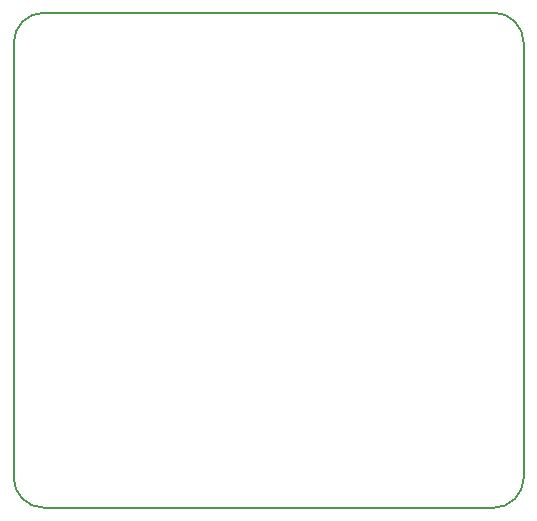
<source format=gbr>
G04 #@! TF.GenerationSoftware,KiCad,Pcbnew,5.0.1+dfsg1-2*
G04 #@! TF.CreationDate,2019-04-05T14:38:43+02:00*
G04 #@! TF.ProjectId,oled-controller,6F6C65642D636F6E74726F6C6C65722E,rev?*
G04 #@! TF.SameCoordinates,Original*
G04 #@! TF.FileFunction,Profile,NP*
%FSLAX46Y46*%
G04 Gerber Fmt 4.6, Leading zero omitted, Abs format (unit mm)*
G04 Created by KiCad (PCBNEW 5.0.1+dfsg1-2) date Fr 05 Apr 2019 14:38:43 CEST*
%MOMM*%
%LPD*%
G01*
G04 APERTURE LIST*
%ADD10C,0.150000*%
G04 APERTURE END LIST*
D10*
X148590000Y-102870000D02*
G75*
G02X146050000Y-100330000I0J2540000D01*
G01*
X146050000Y-63500000D02*
G75*
G02X148590000Y-60960000I2540000J0D01*
G01*
X186690000Y-60960000D02*
G75*
G02X189230000Y-63500000I0J-2540000D01*
G01*
X189230000Y-100330000D02*
G75*
G02X186690000Y-102870000I-2540000J0D01*
G01*
X148590000Y-102870000D02*
X186690000Y-102870000D01*
X146050000Y-63500000D02*
X146050000Y-100330000D01*
X186690000Y-60960000D02*
X148590000Y-60960000D01*
X189230000Y-100330000D02*
X189230000Y-63500000D01*
M02*

</source>
